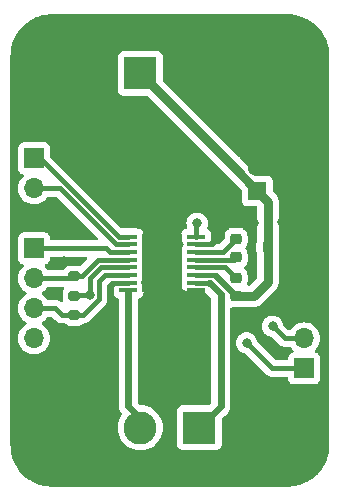
<source format=gbr>
%TF.GenerationSoftware,KiCad,Pcbnew,(7.0.0)*%
%TF.CreationDate,2023-03-21T16:51:35-07:00*%
%TF.ProjectId,DRV8874-breakout-board,44525638-3837-4342-9d62-7265616b6f75,rev?*%
%TF.SameCoordinates,Original*%
%TF.FileFunction,Copper,L1,Top*%
%TF.FilePolarity,Positive*%
%FSLAX46Y46*%
G04 Gerber Fmt 4.6, Leading zero omitted, Abs format (unit mm)*
G04 Created by KiCad (PCBNEW (7.0.0)) date 2023-03-21 16:51:35*
%MOMM*%
%LPD*%
G01*
G04 APERTURE LIST*
G04 Aperture macros list*
%AMRoundRect*
0 Rectangle with rounded corners*
0 $1 Rounding radius*
0 $2 $3 $4 $5 $6 $7 $8 $9 X,Y pos of 4 corners*
0 Add a 4 corners polygon primitive as box body*
4,1,4,$2,$3,$4,$5,$6,$7,$8,$9,$2,$3,0*
0 Add four circle primitives for the rounded corners*
1,1,$1+$1,$2,$3*
1,1,$1+$1,$4,$5*
1,1,$1+$1,$6,$7*
1,1,$1+$1,$8,$9*
0 Add four rect primitives between the rounded corners*
20,1,$1+$1,$2,$3,$4,$5,0*
20,1,$1+$1,$4,$5,$6,$7,0*
20,1,$1+$1,$6,$7,$8,$9,0*
20,1,$1+$1,$8,$9,$2,$3,0*%
G04 Aperture macros list end*
%TA.AperFunction,ComponentPad*%
%ADD10R,1.700000X1.700000*%
%TD*%
%TA.AperFunction,ComponentPad*%
%ADD11O,1.700000X1.700000*%
%TD*%
%TA.AperFunction,SMDPad,CuDef*%
%ADD12RoundRect,0.100000X-0.687500X-0.100000X0.687500X-0.100000X0.687500X0.100000X-0.687500X0.100000X0*%
%TD*%
%TA.AperFunction,ComponentPad*%
%ADD13C,0.500000*%
%TD*%
%TA.AperFunction,SMDPad,CuDef*%
%ADD14R,3.400000X5.000000*%
%TD*%
%TA.AperFunction,SMDPad,CuDef*%
%ADD15RoundRect,0.225000X0.250000X-0.225000X0.250000X0.225000X-0.250000X0.225000X-0.250000X-0.225000X0*%
%TD*%
%TA.AperFunction,ComponentPad*%
%ADD16C,5.600000*%
%TD*%
%TA.AperFunction,ComponentPad*%
%ADD17R,2.800000X2.800000*%
%TD*%
%TA.AperFunction,ComponentPad*%
%ADD18C,2.800000*%
%TD*%
%TA.AperFunction,ComponentPad*%
%ADD19R,1.600000X1.600000*%
%TD*%
%TA.AperFunction,ComponentPad*%
%ADD20C,1.600000*%
%TD*%
%TA.AperFunction,SMDPad,CuDef*%
%ADD21RoundRect,0.200000X0.275000X-0.200000X0.275000X0.200000X-0.275000X0.200000X-0.275000X-0.200000X0*%
%TD*%
%TA.AperFunction,SMDPad,CuDef*%
%ADD22RoundRect,0.225000X0.225000X0.250000X-0.225000X0.250000X-0.225000X-0.250000X0.225000X-0.250000X0*%
%TD*%
%TA.AperFunction,SMDPad,CuDef*%
%ADD23RoundRect,0.200000X-0.275000X0.200000X-0.275000X-0.200000X0.275000X-0.200000X0.275000X0.200000X0*%
%TD*%
%TA.AperFunction,ViaPad*%
%ADD24C,0.800000*%
%TD*%
%TA.AperFunction,Conductor*%
%ADD25C,0.600000*%
%TD*%
%TA.AperFunction,Conductor*%
%ADD26C,0.400000*%
%TD*%
%TA.AperFunction,Conductor*%
%ADD27C,0.800000*%
%TD*%
G04 APERTURE END LIST*
D10*
%TO.P,J105,1,Pin_1*%
%TO.N,+3V3*%
X141959999Y-105679999D03*
D11*
%TO.P,J105,2,Pin_2*%
%TO.N,PMODE*%
X141959999Y-103139999D03*
%TO.P,J105,3,Pin_3*%
%TO.N,GND*%
X141959999Y-100599999D03*
%TD*%
D12*
%TO.P,U101,1,EN/IN1*%
%TO.N,IN1*%
X127087500Y-94525000D03*
%TO.P,U101,2,PH/IN2*%
%TO.N,IN2*%
X127087500Y-95175000D03*
%TO.P,U101,3,nSLEEP*%
%TO.N,nSLEEP*%
X127087500Y-95825000D03*
%TO.P,U101,4,nFAULT*%
%TO.N,nFAULT*%
X127087500Y-96475000D03*
%TO.P,U101,5,VREF*%
%TO.N,+3V3*%
X127087500Y-97125000D03*
%TO.P,U101,6,IPROPI*%
%TO.N,IPROPI*%
X127087500Y-97775000D03*
%TO.P,U101,7,IMODE*%
%TO.N,GND*%
X127087500Y-98425000D03*
%TO.P,U101,8,OUT1*%
%TO.N,Net-(J101-Pin_2)*%
X127087500Y-99075000D03*
%TO.P,U101,9,PGND*%
%TO.N,GND*%
X132812500Y-99075000D03*
%TO.P,U101,10,OUT2*%
%TO.N,Net-(J101-Pin_1)*%
X132812500Y-98425000D03*
%TO.P,U101,11,VM*%
%TO.N,VMOTORS*%
X132812500Y-97775000D03*
%TO.P,U101,12,VCP*%
%TO.N,Net-(U101-VCP)*%
X132812500Y-97125000D03*
%TO.P,U101,13,CPH*%
%TO.N,Net-(U101-CPH)*%
X132812500Y-96475000D03*
%TO.P,U101,14,CPL*%
%TO.N,Net-(U101-CPL)*%
X132812500Y-95825000D03*
%TO.P,U101,15,GND*%
%TO.N,GND*%
X132812500Y-95175000D03*
%TO.P,U101,16,PMODE*%
%TO.N,PMODE*%
X132812500Y-94525000D03*
D13*
%TO.P,U101,17,Pad*%
%TO.N,GND*%
X129200000Y-95300000D03*
X129200000Y-96800000D03*
X129200000Y-98300000D03*
D14*
X129949999Y-96799999D03*
D13*
X130700000Y-95300000D03*
X130700000Y-96800000D03*
X130700000Y-98300000D03*
%TD*%
D10*
%TO.P,J104,1,Pin_1*%
%TO.N,nSLEEP*%
X119099999Y-95519999D03*
D11*
%TO.P,J104,2,Pin_2*%
%TO.N,nFAULT*%
X119099999Y-98059999D03*
%TO.P,J104,3,Pin_3*%
%TO.N,IPROPI*%
X119099999Y-100599999D03*
%TO.P,J104,4,Pin_4*%
%TO.N,+3V3*%
X119099999Y-103139999D03*
%TO.P,J104,5,Pin_5*%
%TO.N,GND*%
X119099999Y-105679999D03*
%TD*%
D15*
%TO.P,C101,1*%
%TO.N,Net-(U101-CPH)*%
X136200000Y-96275000D03*
%TO.P,C101,2*%
%TO.N,Net-(U101-CPL)*%
X136200000Y-94725000D03*
%TD*%
D16*
%TO.P,H104,1,1*%
%TO.N,GND*%
X140600000Y-112200000D03*
%TD*%
D17*
%TO.P,J103,1,Pin_1*%
%TO.N,VMOTORS*%
X128099999Y-80699999D03*
D18*
%TO.P,J103,2,Pin_2*%
%TO.N,GND*%
X133100000Y-80700000D03*
%TD*%
D19*
%TO.P,C104,1*%
%TO.N,VMOTORS*%
X137999999Y-90655112D03*
D20*
%TO.P,C104,2*%
%TO.N,GND*%
X138000000Y-88655113D03*
%TD*%
D15*
%TO.P,C102,1*%
%TO.N,VMOTORS*%
X136200000Y-99575000D03*
%TO.P,C102,2*%
%TO.N,Net-(U101-VCP)*%
X136200000Y-98025000D03*
%TD*%
D16*
%TO.P,H103,1,1*%
%TO.N,GND*%
X120600000Y-112200000D03*
%TD*%
D21*
%TO.P,R101,1*%
%TO.N,+3V3*%
X122500000Y-99525000D03*
%TO.P,R101,2*%
%TO.N,nFAULT*%
X122500000Y-97875000D03*
%TD*%
D22*
%TO.P,C103,1*%
%TO.N,GND*%
X140425000Y-95400000D03*
%TO.P,C103,2*%
%TO.N,VMOTORS*%
X138875000Y-95400000D03*
%TD*%
D10*
%TO.P,J102,1,Pin_1*%
%TO.N,IN1*%
X119099999Y-87899999D03*
D11*
%TO.P,J102,2,Pin_2*%
%TO.N,IN2*%
X119099999Y-90439999D03*
%TD*%
D23*
%TO.P,R102,1*%
%TO.N,IPROPI*%
X122500000Y-101175000D03*
%TO.P,R102,2*%
%TO.N,GND*%
X122500000Y-102825000D03*
%TD*%
D16*
%TO.P,H102,1,1*%
%TO.N,GND*%
X140600000Y-79200000D03*
%TD*%
D17*
%TO.P,J101,1,Pin_1*%
%TO.N,Net-(J101-Pin_1)*%
X133099999Y-110699999D03*
D18*
%TO.P,J101,2,Pin_2*%
%TO.N,Net-(J101-Pin_2)*%
X128100000Y-110700000D03*
%TD*%
D16*
%TO.P,H101,1,1*%
%TO.N,GND*%
X120600000Y-79200000D03*
%TD*%
D24*
%TO.N,PMODE*%
X139300000Y-102120000D03*
%TO.N,GND*%
X121600000Y-96600000D03*
X134500000Y-84120000D03*
X121900000Y-84320000D03*
X132700000Y-100300000D03*
X141960000Y-98060000D03*
X130500000Y-106920000D03*
X134650000Y-94650000D03*
X137700000Y-93400000D03*
X123900000Y-102300000D03*
X134100000Y-90100000D03*
X122100000Y-88900000D03*
X122100000Y-93200000D03*
X122900000Y-107120000D03*
X136300000Y-101320000D03*
X120700000Y-99300000D03*
X120700000Y-101900000D03*
X139100000Y-86300000D03*
X127850000Y-84320000D03*
X139900000Y-104320000D03*
X125500000Y-100720000D03*
X140100000Y-93300000D03*
%TO.N,+3V3*%
X137100000Y-103520000D03*
X123800000Y-99500000D03*
%TO.N,PMODE*%
X132900000Y-93400000D03*
%TD*%
D25*
%TO.N,GND*%
X125500000Y-98720000D02*
X125700000Y-98520000D01*
D26*
X125700000Y-98520000D02*
X125795000Y-98425000D01*
D25*
X125500000Y-100720000D02*
X125500000Y-98720000D01*
D26*
X125795000Y-98425000D02*
X127087500Y-98425000D01*
%TO.N,PMODE*%
X140320000Y-103140000D02*
X141960000Y-103140000D01*
X139300000Y-102120000D02*
X140320000Y-103140000D01*
%TO.N,+3V3*%
X139260000Y-105680000D02*
X141960000Y-105680000D01*
X137100000Y-103520000D02*
X139260000Y-105680000D01*
D25*
%TO.N,Net-(J101-Pin_2)*%
X128100000Y-109900000D02*
X128100000Y-110700000D01*
X127087500Y-108887500D02*
X128100000Y-109900000D01*
X127087500Y-99287500D02*
X127087500Y-108887500D01*
D26*
X127087500Y-99075000D02*
X127087500Y-99287500D01*
D25*
%TO.N,Net-(J101-Pin_1)*%
X133975000Y-98475000D02*
X133925000Y-98475000D01*
X134900000Y-99400000D02*
X133975000Y-98475000D01*
X134900000Y-108900000D02*
X133100000Y-110700000D01*
X134900000Y-99400000D02*
X134900000Y-108900000D01*
D26*
X133925000Y-98425000D02*
X134900000Y-99400000D01*
X132812500Y-98425000D02*
X133925000Y-98425000D01*
%TO.N,Net-(U101-CPH)*%
X132812500Y-96475000D02*
X136000000Y-96475000D01*
X136000000Y-96475000D02*
X136200000Y-96275000D01*
%TO.N,Net-(U101-CPL)*%
X135100000Y-95825000D02*
X132812500Y-95825000D01*
X136200000Y-94725000D02*
X135100000Y-95825000D01*
%TO.N,VMOTORS*%
X132812500Y-97775000D02*
X134425000Y-97775000D01*
D25*
X136200000Y-99550000D02*
X134475000Y-97825000D01*
D27*
X138000000Y-90655113D02*
X138900000Y-91555113D01*
X138000000Y-90655113D02*
X135844887Y-88500000D01*
X138900000Y-91555113D02*
X138900000Y-98400000D01*
X138900000Y-98400000D02*
X137725000Y-99575000D01*
X135844887Y-88500000D02*
X135844887Y-88444887D01*
X137725000Y-99575000D02*
X136200000Y-99575000D01*
X135844887Y-88444887D02*
X128100000Y-80700000D01*
D26*
X136200000Y-99550000D02*
X136200000Y-99575000D01*
%TO.N,Net-(U101-VCP)*%
X135300000Y-97125000D02*
X136200000Y-98025000D01*
X132812500Y-97125000D02*
X135300000Y-97125000D01*
%TO.N,GND*%
X134125000Y-95175000D02*
X132812500Y-95175000D01*
X119105000Y-105675000D02*
X119100000Y-105680000D01*
X134650000Y-94650000D02*
X134125000Y-95175000D01*
%TO.N,Net-(J101-Pin_2)*%
X128100000Y-110325000D02*
X128100000Y-110700000D01*
%TO.N,+3V3*%
X123800000Y-98048528D02*
X123800000Y-99500000D01*
X127087500Y-97125000D02*
X124723528Y-97125000D01*
X119185000Y-103225000D02*
X119100000Y-103140000D01*
X124723528Y-97125000D02*
X123800000Y-98048528D01*
X123800000Y-99500000D02*
X122525000Y-99500000D01*
X122525000Y-99500000D02*
X122500000Y-99525000D01*
%TO.N,PMODE*%
X132812500Y-94525000D02*
X132812500Y-93487500D01*
X132812500Y-93487500D02*
X132900000Y-93400000D01*
%TO.N,nSLEEP*%
X125220000Y-95520000D02*
X125525000Y-95825000D01*
X125525000Y-95825000D02*
X127087500Y-95825000D01*
X119100000Y-95520000D02*
X125220000Y-95520000D01*
%TO.N,nFAULT*%
X119100000Y-98060000D02*
X122315000Y-98060000D01*
X122315000Y-98060000D02*
X122500000Y-97875000D01*
X123125000Y-97875000D02*
X124525000Y-96475000D01*
X122500000Y-97875000D02*
X123125000Y-97875000D01*
X124525000Y-96475000D02*
X127087500Y-96475000D01*
%TO.N,IPROPI*%
X120600000Y-100600000D02*
X119100000Y-100600000D01*
X123256371Y-101175000D02*
X122500000Y-101175000D01*
X127087500Y-97775000D02*
X125125000Y-97775000D01*
X124600000Y-99831371D02*
X123256371Y-101175000D01*
X120400000Y-100600000D02*
X120900000Y-100600000D01*
X124600000Y-98300000D02*
X124600000Y-99831371D01*
X121475000Y-101175000D02*
X120900000Y-100600000D01*
X120900000Y-100600000D02*
X120600000Y-100600000D01*
X125125000Y-97775000D02*
X124600000Y-98300000D01*
X122500000Y-101175000D02*
X121475000Y-101175000D01*
%TO.N,IN2*%
X121291472Y-90440000D02*
X119100000Y-90440000D01*
X126026472Y-95175000D02*
X121291472Y-90440000D01*
X127087500Y-95175000D02*
X126026472Y-95175000D01*
%TO.N,IN1*%
X119100000Y-88100000D02*
X119100000Y-87900000D01*
X127087500Y-94525000D02*
X127037500Y-94575000D01*
X126275000Y-94575000D02*
X119600000Y-87900000D01*
X119600000Y-87900000D02*
X119100000Y-87900000D01*
X127037500Y-94575000D02*
X126275000Y-94575000D01*
%TD*%
%TA.AperFunction,Conductor*%
%TO.N,GND*%
G36*
X121590384Y-98777426D02*
G01*
X121635850Y-98823585D01*
X121651830Y-98886373D01*
X121633961Y-98948650D01*
X121585400Y-99028978D01*
X121585398Y-99028982D01*
X121581522Y-99035394D01*
X121579292Y-99042548D01*
X121579292Y-99042550D01*
X121532864Y-99191542D01*
X121532861Y-99191553D01*
X121530914Y-99197804D01*
X121524500Y-99268384D01*
X121524500Y-99781616D01*
X121524754Y-99784419D01*
X121524755Y-99784425D01*
X121527404Y-99813572D01*
X121530914Y-99852196D01*
X121532863Y-99858451D01*
X121532865Y-99858460D01*
X121555862Y-99932262D01*
X121559166Y-99992976D01*
X121533209Y-100047962D01*
X121484235Y-100083997D01*
X121424017Y-100092418D01*
X121367035Y-100071200D01*
X121318432Y-100037651D01*
X121312404Y-100033216D01*
X121310018Y-100031347D01*
X121282388Y-100009700D01*
X121270961Y-100000747D01*
X121270958Y-100000745D01*
X121265057Y-99996122D01*
X121258219Y-99993044D01*
X121258210Y-99993039D01*
X121255810Y-99991959D01*
X121236268Y-99980937D01*
X121234107Y-99979445D01*
X121234102Y-99979442D01*
X121227930Y-99975182D01*
X121171702Y-99953857D01*
X121164784Y-99950991D01*
X121116772Y-99929383D01*
X121116769Y-99929382D01*
X121109932Y-99926305D01*
X121102560Y-99924954D01*
X121102551Y-99924951D01*
X121099952Y-99924475D01*
X121078340Y-99918450D01*
X121075891Y-99917521D01*
X121075885Y-99917519D01*
X121068872Y-99914860D01*
X121061430Y-99913956D01*
X121061425Y-99913955D01*
X121009171Y-99907610D01*
X121001771Y-99906483D01*
X120949987Y-99896994D01*
X120949982Y-99896993D01*
X120942606Y-99895642D01*
X120935126Y-99896094D01*
X120935118Y-99896094D01*
X120882567Y-99899274D01*
X120875079Y-99899500D01*
X120642372Y-99899500D01*
X120322711Y-99899500D01*
X120265454Y-99885489D01*
X120221136Y-99846623D01*
X120138495Y-99728599D01*
X119971401Y-99561505D01*
X119966968Y-99558401D01*
X119966961Y-99558395D01*
X119785842Y-99431575D01*
X119746976Y-99387257D01*
X119732965Y-99330000D01*
X119746976Y-99272743D01*
X119785842Y-99228425D01*
X119966961Y-99101604D01*
X119966961Y-99101603D01*
X119971401Y-99098495D01*
X120138495Y-98931401D01*
X120221136Y-98813376D01*
X120265454Y-98774511D01*
X120322711Y-98760500D01*
X121527844Y-98760500D01*
X121590384Y-98777426D01*
G37*
%TD.AperFunction*%
%TA.AperFunction,Conductor*%
G36*
X123545776Y-96234015D02*
G01*
X123589799Y-96271615D01*
X123611954Y-96325102D01*
X123607412Y-96382818D01*
X123577162Y-96432181D01*
X123051443Y-96957898D01*
X122993439Y-96990613D01*
X122926875Y-96988603D01*
X122908466Y-96982867D01*
X122908459Y-96982865D01*
X122902196Y-96980914D01*
X122895667Y-96980320D01*
X122895659Y-96980319D01*
X122834425Y-96974755D01*
X122834419Y-96974754D01*
X122831616Y-96974500D01*
X122168384Y-96974500D01*
X122165581Y-96974754D01*
X122165574Y-96974755D01*
X122104338Y-96980320D01*
X122104335Y-96980320D01*
X122097804Y-96980914D01*
X122091553Y-96982861D01*
X122091542Y-96982864D01*
X121942550Y-97029292D01*
X121935394Y-97031522D01*
X121928982Y-97035398D01*
X121928978Y-97035400D01*
X121796232Y-97115648D01*
X121796227Y-97115651D01*
X121789815Y-97119528D01*
X121784515Y-97124827D01*
X121784511Y-97124831D01*
X121674831Y-97234511D01*
X121674827Y-97234515D01*
X121669528Y-97239815D01*
X121665650Y-97246229D01*
X121665646Y-97246235D01*
X121633357Y-97299649D01*
X121588156Y-97343506D01*
X121527240Y-97359500D01*
X120322711Y-97359500D01*
X120265454Y-97345489D01*
X120221136Y-97306623D01*
X120216253Y-97299649D01*
X120138495Y-97188599D01*
X120016569Y-97066673D01*
X119985273Y-97013927D01*
X119983084Y-96952634D01*
X120010537Y-96897789D01*
X120060916Y-96862810D01*
X120192331Y-96813796D01*
X120307546Y-96727546D01*
X120393796Y-96612331D01*
X120444091Y-96477483D01*
X120450500Y-96417873D01*
X120450500Y-96344500D01*
X120467113Y-96282500D01*
X120512500Y-96237113D01*
X120574500Y-96220500D01*
X123489481Y-96220500D01*
X123545776Y-96234015D01*
G37*
%TD.AperFunction*%
%TA.AperFunction,Conductor*%
G36*
X140603032Y-75700649D02*
G01*
X140607384Y-75700862D01*
X140752450Y-75707989D01*
X140943670Y-75718010D01*
X140955324Y-75719177D01*
X141121254Y-75743791D01*
X141122225Y-75743940D01*
X141294897Y-75771289D01*
X141305570Y-75773465D01*
X141471374Y-75814997D01*
X141473014Y-75815422D01*
X141638880Y-75859866D01*
X141648544Y-75862884D01*
X141736363Y-75894307D01*
X141810526Y-75920843D01*
X141813188Y-75921830D01*
X141846726Y-75934704D01*
X141972097Y-75982829D01*
X141980623Y-75986475D01*
X142136869Y-76060374D01*
X142140055Y-76061939D01*
X142282487Y-76134511D01*
X142291094Y-76138897D01*
X142298547Y-76143023D01*
X142331730Y-76162912D01*
X142447075Y-76232047D01*
X142450824Y-76234387D01*
X142592670Y-76326503D01*
X142598977Y-76330884D01*
X142738210Y-76434147D01*
X142742365Y-76437367D01*
X142873635Y-76543667D01*
X142878872Y-76548155D01*
X143007389Y-76664636D01*
X143011797Y-76668833D01*
X143131165Y-76788201D01*
X143135362Y-76792609D01*
X143251843Y-76921126D01*
X143256331Y-76926363D01*
X143362620Y-77057619D01*
X143365851Y-77061788D01*
X143469114Y-77201021D01*
X143473512Y-77207353D01*
X143565599Y-77349155D01*
X143567963Y-77352942D01*
X143656975Y-77501451D01*
X143661101Y-77508904D01*
X143738037Y-77659898D01*
X143739647Y-77663176D01*
X143813510Y-77819345D01*
X143817179Y-77827925D01*
X143878168Y-77986810D01*
X143879155Y-77989472D01*
X143937111Y-78151447D01*
X143940135Y-78161128D01*
X143984535Y-78326827D01*
X143985044Y-78328792D01*
X144026526Y-78494398D01*
X144028715Y-78505130D01*
X144056041Y-78677665D01*
X144056226Y-78678867D01*
X144080818Y-78844649D01*
X144081990Y-78856355D01*
X144091989Y-79047157D01*
X144091886Y-79047162D01*
X144092011Y-79047561D01*
X144099351Y-79196967D01*
X144099500Y-79203052D01*
X144099500Y-112196948D01*
X144099351Y-112203033D01*
X144092014Y-112352369D01*
X144091993Y-112352774D01*
X144081990Y-112543644D01*
X144080818Y-112555349D01*
X144056226Y-112721131D01*
X144056041Y-112722333D01*
X144028715Y-112894868D01*
X144026526Y-112905600D01*
X143985044Y-113071206D01*
X143984535Y-113073171D01*
X143940135Y-113238870D01*
X143937111Y-113248551D01*
X143879155Y-113410526D01*
X143878168Y-113413188D01*
X143817179Y-113572073D01*
X143813510Y-113580653D01*
X143739647Y-113736822D01*
X143738037Y-113740100D01*
X143661101Y-113891094D01*
X143656975Y-113898547D01*
X143567963Y-114047056D01*
X143565599Y-114050843D01*
X143473512Y-114192645D01*
X143469114Y-114198977D01*
X143365851Y-114338210D01*
X143362620Y-114342379D01*
X143256331Y-114473635D01*
X143251843Y-114478872D01*
X143135362Y-114607389D01*
X143131165Y-114611797D01*
X143011797Y-114731165D01*
X143007389Y-114735362D01*
X142878872Y-114851843D01*
X142873635Y-114856331D01*
X142742379Y-114962620D01*
X142738210Y-114965851D01*
X142598977Y-115069114D01*
X142592645Y-115073512D01*
X142450843Y-115165599D01*
X142447056Y-115167963D01*
X142298547Y-115256975D01*
X142291094Y-115261101D01*
X142140100Y-115338037D01*
X142136822Y-115339647D01*
X141980653Y-115413510D01*
X141972073Y-115417179D01*
X141813188Y-115478168D01*
X141810526Y-115479155D01*
X141648551Y-115537111D01*
X141638870Y-115540135D01*
X141473171Y-115584535D01*
X141471206Y-115585044D01*
X141305600Y-115626526D01*
X141294868Y-115628715D01*
X141122333Y-115656041D01*
X141121131Y-115656226D01*
X140955349Y-115680818D01*
X140943644Y-115681990D01*
X140752774Y-115691993D01*
X140752369Y-115692014D01*
X140603033Y-115699351D01*
X140596948Y-115699500D01*
X120603052Y-115699500D01*
X120596967Y-115699351D01*
X120447629Y-115692014D01*
X120447224Y-115691993D01*
X120256354Y-115681990D01*
X120244649Y-115680818D01*
X120078867Y-115656226D01*
X120077665Y-115656041D01*
X119905130Y-115628715D01*
X119894398Y-115626526D01*
X119728792Y-115585044D01*
X119726827Y-115584535D01*
X119561128Y-115540135D01*
X119551447Y-115537111D01*
X119389472Y-115479155D01*
X119386810Y-115478168D01*
X119227925Y-115417179D01*
X119219351Y-115413512D01*
X119063176Y-115339647D01*
X119059898Y-115338037D01*
X118908904Y-115261101D01*
X118901451Y-115256975D01*
X118752942Y-115167963D01*
X118749155Y-115165599D01*
X118701996Y-115134973D01*
X118607343Y-115073505D01*
X118601021Y-115069114D01*
X118461788Y-114965851D01*
X118457619Y-114962620D01*
X118326363Y-114856331D01*
X118321126Y-114851843D01*
X118192609Y-114735362D01*
X118188201Y-114731165D01*
X118068833Y-114611797D01*
X118064636Y-114607389D01*
X117948155Y-114478872D01*
X117943667Y-114473635D01*
X117837378Y-114342379D01*
X117834147Y-114338210D01*
X117730884Y-114198977D01*
X117726503Y-114192670D01*
X117634387Y-114050824D01*
X117632035Y-114047056D01*
X117543023Y-113898547D01*
X117538897Y-113891094D01*
X117534511Y-113882487D01*
X117461939Y-113740055D01*
X117460374Y-113736869D01*
X117386475Y-113580623D01*
X117382829Y-113572097D01*
X117321830Y-113413188D01*
X117320843Y-113410526D01*
X117262887Y-113248551D01*
X117259863Y-113238870D01*
X117215422Y-113073014D01*
X117214997Y-113071374D01*
X117173465Y-112905570D01*
X117171289Y-112894897D01*
X117143940Y-112722225D01*
X117143791Y-112721254D01*
X117119177Y-112555324D01*
X117118010Y-112543670D01*
X117107985Y-112352369D01*
X117100647Y-112202994D01*
X117100499Y-112196988D01*
X117100108Y-103140000D01*
X117744341Y-103140000D01*
X117764937Y-103375408D01*
X117766336Y-103380630D01*
X117766337Y-103380634D01*
X117824694Y-103598430D01*
X117824697Y-103598438D01*
X117826097Y-103603663D01*
X117828385Y-103608570D01*
X117828386Y-103608572D01*
X117923678Y-103812927D01*
X117923681Y-103812933D01*
X117925965Y-103817830D01*
X117929064Y-103822257D01*
X117929066Y-103822259D01*
X118058399Y-104006966D01*
X118058402Y-104006970D01*
X118061505Y-104011401D01*
X118228599Y-104178495D01*
X118422170Y-104314035D01*
X118636337Y-104413903D01*
X118641567Y-104415304D01*
X118641569Y-104415305D01*
X118682947Y-104426392D01*
X118864592Y-104475063D01*
X119100000Y-104495659D01*
X119335408Y-104475063D01*
X119563663Y-104413903D01*
X119777830Y-104314035D01*
X119971401Y-104178495D01*
X120138495Y-104011401D01*
X120274035Y-103817830D01*
X120373903Y-103603663D01*
X120435063Y-103375408D01*
X120455659Y-103140000D01*
X120435063Y-102904592D01*
X120373903Y-102676337D01*
X120274035Y-102462171D01*
X120138495Y-102268599D01*
X119971401Y-102101505D01*
X119966968Y-102098401D01*
X119966961Y-102098395D01*
X119785842Y-101971575D01*
X119746976Y-101927257D01*
X119732965Y-101870000D01*
X119746976Y-101812743D01*
X119785842Y-101768425D01*
X119966961Y-101641604D01*
X119966961Y-101641603D01*
X119971401Y-101638495D01*
X120138495Y-101471401D01*
X120221136Y-101353376D01*
X120265454Y-101314511D01*
X120322711Y-101300500D01*
X120357628Y-101300500D01*
X120557628Y-101300500D01*
X120558481Y-101300500D01*
X120605934Y-101309939D01*
X120646162Y-101336819D01*
X120962059Y-101652716D01*
X120967193Y-101658170D01*
X121002093Y-101697565D01*
X121002097Y-101697568D01*
X121007071Y-101703183D01*
X121013247Y-101707446D01*
X121056574Y-101737353D01*
X121062605Y-101741791D01*
X121075273Y-101751716D01*
X121109944Y-101778878D01*
X121119180Y-101783034D01*
X121138727Y-101794059D01*
X121147070Y-101799818D01*
X121164260Y-101806337D01*
X121203298Y-101821142D01*
X121210220Y-101824009D01*
X121265069Y-101848695D01*
X121275041Y-101850522D01*
X121296656Y-101856547D01*
X121306128Y-101860140D01*
X121363831Y-101867146D01*
X121365815Y-101867387D01*
X121373222Y-101868514D01*
X121432394Y-101879358D01*
X121492433Y-101875725D01*
X121499921Y-101875500D01*
X121683481Y-101875500D01*
X121730934Y-101884939D01*
X121771161Y-101911818D01*
X121789815Y-101930472D01*
X121935394Y-102018478D01*
X122054859Y-102055704D01*
X122091542Y-102067135D01*
X122091544Y-102067135D01*
X122097804Y-102069086D01*
X122168384Y-102075500D01*
X122828797Y-102075500D01*
X122831616Y-102075500D01*
X122902196Y-102069086D01*
X123064606Y-102018478D01*
X123210185Y-101930472D01*
X123226585Y-101914071D01*
X123263374Y-101888678D01*
X123299072Y-101879880D01*
X123298977Y-101879358D01*
X123358153Y-101868513D01*
X123365552Y-101867387D01*
X123425243Y-101860140D01*
X123434703Y-101856551D01*
X123456330Y-101850522D01*
X123466303Y-101848695D01*
X123521179Y-101823996D01*
X123528044Y-101821152D01*
X123584301Y-101799818D01*
X123592635Y-101794064D01*
X123612192Y-101783034D01*
X123621428Y-101778878D01*
X123668784Y-101741775D01*
X123674791Y-101737355D01*
X123724300Y-101703183D01*
X123764193Y-101658151D01*
X123769295Y-101652731D01*
X125077731Y-100344295D01*
X125083151Y-100339193D01*
X125128183Y-100299300D01*
X125162362Y-100249781D01*
X125166779Y-100243778D01*
X125203877Y-100196428D01*
X125208030Y-100187197D01*
X125219058Y-100167643D01*
X125224818Y-100159301D01*
X125246149Y-100103051D01*
X125249014Y-100096137D01*
X125270614Y-100048147D01*
X125270614Y-100048144D01*
X125273694Y-100041303D01*
X125275518Y-100031345D01*
X125281548Y-100009711D01*
X125285140Y-100000243D01*
X125292389Y-99940536D01*
X125293516Y-99933133D01*
X125294767Y-99926305D01*
X125304357Y-99873977D01*
X125300726Y-99813948D01*
X125300500Y-99806461D01*
X125300500Y-98641519D01*
X125309939Y-98594066D01*
X125336819Y-98553838D01*
X125378838Y-98511819D01*
X125419066Y-98484939D01*
X125466519Y-98475500D01*
X125775456Y-98475500D01*
X125837456Y-98492113D01*
X125882843Y-98537500D01*
X125899456Y-98599501D01*
X125882843Y-98661501D01*
X125880413Y-98665708D01*
X125875464Y-98672159D01*
X125872354Y-98679664D01*
X125872352Y-98679670D01*
X125818066Y-98810728D01*
X125818066Y-98810729D01*
X125814956Y-98818238D01*
X125813896Y-98826289D01*
X125813894Y-98826297D01*
X125800029Y-98931618D01*
X125799500Y-98935639D01*
X125799500Y-98939691D01*
X125799500Y-98939692D01*
X125799500Y-99210305D01*
X125799500Y-99210320D01*
X125799501Y-99214360D01*
X125800029Y-99218374D01*
X125800030Y-99218382D01*
X125813895Y-99323702D01*
X125814956Y-99331762D01*
X125818063Y-99339263D01*
X125818065Y-99339270D01*
X125853976Y-99425965D01*
X125875464Y-99477841D01*
X125971718Y-99603282D01*
X126097159Y-99699536D01*
X126207721Y-99745332D01*
X126210453Y-99746464D01*
X126250681Y-99773344D01*
X126277561Y-99813572D01*
X126287000Y-99861025D01*
X126287000Y-108797306D01*
X126287000Y-108977694D01*
X126288549Y-108984483D01*
X126288550Y-108984488D01*
X126295517Y-109015018D01*
X126297845Y-109028718D01*
X126301108Y-109057669D01*
X126302132Y-109066755D01*
X126304429Y-109073321D01*
X126304430Y-109073323D01*
X126314772Y-109102879D01*
X126318619Y-109116235D01*
X126325588Y-109146767D01*
X126325591Y-109146776D01*
X126327140Y-109153561D01*
X126330158Y-109159829D01*
X126330161Y-109159836D01*
X126343750Y-109188054D01*
X126349068Y-109200893D01*
X126361711Y-109237022D01*
X126365412Y-109242912D01*
X126365413Y-109242914D01*
X126382072Y-109269427D01*
X126388796Y-109281593D01*
X126402388Y-109309815D01*
X126405409Y-109316087D01*
X126419715Y-109334026D01*
X126429271Y-109346009D01*
X126437318Y-109357350D01*
X126457684Y-109389762D01*
X126462612Y-109394690D01*
X126524181Y-109456259D01*
X126554612Y-109506183D01*
X126558783Y-109564502D01*
X126535768Y-109618249D01*
X126497113Y-109669887D01*
X126494990Y-109673773D01*
X126494986Y-109673781D01*
X126368951Y-109904597D01*
X126368945Y-109904609D01*
X126366828Y-109908487D01*
X126365284Y-109912624D01*
X126365280Y-109912635D01*
X126273370Y-110159055D01*
X126273367Y-110159063D01*
X126271825Y-110163199D01*
X126270884Y-110167521D01*
X126270884Y-110167524D01*
X126214981Y-110424506D01*
X126214979Y-110424516D01*
X126214039Y-110428840D01*
X126213723Y-110433251D01*
X126213722Y-110433262D01*
X126195321Y-110690541D01*
X126194645Y-110700000D01*
X126194961Y-110704418D01*
X126213722Y-110966737D01*
X126213723Y-110966746D01*
X126214039Y-110971160D01*
X126214979Y-110975485D01*
X126214981Y-110975493D01*
X126266178Y-111210843D01*
X126271825Y-111236801D01*
X126366828Y-111491513D01*
X126368948Y-111495395D01*
X126368951Y-111495402D01*
X126494986Y-111726219D01*
X126494990Y-111726226D01*
X126497113Y-111730113D01*
X126660029Y-111947742D01*
X126852258Y-112139971D01*
X127069887Y-112302887D01*
X127073777Y-112305011D01*
X127073780Y-112305013D01*
X127304597Y-112431048D01*
X127308487Y-112433172D01*
X127563199Y-112528175D01*
X127828840Y-112585961D01*
X128100000Y-112605355D01*
X128371160Y-112585961D01*
X128636801Y-112528175D01*
X128891513Y-112433172D01*
X129130113Y-112302887D01*
X129347742Y-112139971D01*
X129539971Y-111947742D01*
X129702887Y-111730113D01*
X129833172Y-111491513D01*
X129928175Y-111236801D01*
X129985961Y-110971160D01*
X130005355Y-110700000D01*
X129985961Y-110428840D01*
X129928175Y-110163199D01*
X129833172Y-109908487D01*
X129825949Y-109895259D01*
X129705013Y-109673780D01*
X129705011Y-109673777D01*
X129702887Y-109669887D01*
X129539971Y-109452258D01*
X129347742Y-109260029D01*
X129130113Y-109097113D01*
X129126226Y-109094990D01*
X129126219Y-109094986D01*
X128895402Y-108968951D01*
X128895395Y-108968948D01*
X128891513Y-108966828D01*
X128887369Y-108965282D01*
X128887364Y-108965280D01*
X128640944Y-108873370D01*
X128640940Y-108873369D01*
X128636801Y-108871825D01*
X128564992Y-108856204D01*
X128375493Y-108814981D01*
X128375485Y-108814979D01*
X128371160Y-108814039D01*
X128366745Y-108813723D01*
X128366737Y-108813722D01*
X128174911Y-108800002D01*
X128132246Y-108789112D01*
X128096077Y-108763999D01*
X127924319Y-108592241D01*
X127897439Y-108552013D01*
X127888000Y-108504560D01*
X127888000Y-99861025D01*
X127897439Y-99813572D01*
X127924319Y-99773344D01*
X127964547Y-99746464D01*
X127966066Y-99745834D01*
X128077841Y-99699536D01*
X128203282Y-99603282D01*
X128299536Y-99477841D01*
X128360044Y-99331762D01*
X128375500Y-99214361D01*
X128375499Y-98935640D01*
X128360044Y-98818238D01*
X128356933Y-98810728D01*
X128318608Y-98718204D01*
X128299536Y-98672159D01*
X128203282Y-98546718D01*
X128172861Y-98523375D01*
X128137136Y-98479844D01*
X128124348Y-98425000D01*
X128137136Y-98370156D01*
X128172862Y-98326624D01*
X128182310Y-98319374D01*
X128203282Y-98303282D01*
X128299536Y-98177841D01*
X128360044Y-98031762D01*
X128375500Y-97914361D01*
X128375499Y-97635640D01*
X128360044Y-97518238D01*
X128351436Y-97497457D01*
X128341995Y-97450000D01*
X128351436Y-97402543D01*
X128356934Y-97389270D01*
X128356934Y-97389269D01*
X128360044Y-97381762D01*
X128375500Y-97264361D01*
X128375499Y-96985640D01*
X128360044Y-96868238D01*
X128351435Y-96847454D01*
X128341995Y-96799997D01*
X128351437Y-96752540D01*
X128356934Y-96739271D01*
X128356934Y-96739268D01*
X128360044Y-96731762D01*
X128375500Y-96614361D01*
X128375499Y-96335640D01*
X128360044Y-96218238D01*
X128351436Y-96197457D01*
X128341995Y-96150000D01*
X128351436Y-96102543D01*
X128356934Y-96089270D01*
X128356934Y-96089269D01*
X128360044Y-96081762D01*
X128375500Y-95964361D01*
X128375499Y-95685640D01*
X128360044Y-95568238D01*
X128351435Y-95547454D01*
X128341995Y-95499997D01*
X128351437Y-95452540D01*
X128356934Y-95439271D01*
X128356934Y-95439268D01*
X128360044Y-95431762D01*
X128375500Y-95314361D01*
X128375499Y-95035640D01*
X128360044Y-94918238D01*
X128351435Y-94897454D01*
X128341995Y-94849997D01*
X128351437Y-94802540D01*
X128356934Y-94789271D01*
X128356934Y-94789268D01*
X128360044Y-94781762D01*
X128375500Y-94664361D01*
X128375499Y-94385640D01*
X128360044Y-94268238D01*
X128356933Y-94260728D01*
X128319292Y-94169854D01*
X128299536Y-94122159D01*
X128203282Y-93996718D01*
X128077841Y-93900464D01*
X128070333Y-93897354D01*
X127939271Y-93843066D01*
X127939268Y-93843065D01*
X127931762Y-93839956D01*
X127923708Y-93838895D01*
X127923702Y-93838894D01*
X127818381Y-93825029D01*
X127818377Y-93825028D01*
X127814361Y-93824500D01*
X127810308Y-93824500D01*
X127112427Y-93824500D01*
X127104940Y-93824274D01*
X127052378Y-93821094D01*
X127052372Y-93821094D01*
X127044894Y-93820642D01*
X127037521Y-93821992D01*
X127037518Y-93821993D01*
X127034916Y-93822470D01*
X127012569Y-93824500D01*
X126566518Y-93824500D01*
X126519065Y-93815061D01*
X126478837Y-93788181D01*
X120486818Y-87796161D01*
X120459938Y-87755933D01*
X120450499Y-87708480D01*
X120450499Y-87005439D01*
X120450499Y-87002128D01*
X120444091Y-86942517D01*
X120393796Y-86807669D01*
X120307546Y-86692454D01*
X120192331Y-86606204D01*
X120057483Y-86555909D01*
X120049770Y-86555079D01*
X120049767Y-86555079D01*
X120001180Y-86549855D01*
X120001169Y-86549854D01*
X119997873Y-86549500D01*
X119994550Y-86549500D01*
X118205439Y-86549500D01*
X118205420Y-86549500D01*
X118202128Y-86549501D01*
X118198850Y-86549853D01*
X118198838Y-86549854D01*
X118150231Y-86555079D01*
X118150225Y-86555080D01*
X118142517Y-86555909D01*
X118135252Y-86558618D01*
X118135246Y-86558620D01*
X118015980Y-86603104D01*
X118015978Y-86603104D01*
X118007669Y-86606204D01*
X118000572Y-86611516D01*
X118000568Y-86611519D01*
X117899550Y-86687141D01*
X117899546Y-86687144D01*
X117892454Y-86692454D01*
X117887144Y-86699546D01*
X117887141Y-86699550D01*
X117811519Y-86800568D01*
X117811516Y-86800572D01*
X117806204Y-86807669D01*
X117803104Y-86815978D01*
X117803104Y-86815980D01*
X117758620Y-86935247D01*
X117758619Y-86935250D01*
X117755909Y-86942517D01*
X117755079Y-86950227D01*
X117755079Y-86950232D01*
X117749855Y-86998819D01*
X117749854Y-86998831D01*
X117749500Y-87002127D01*
X117749500Y-87005448D01*
X117749500Y-87005449D01*
X117749500Y-88794560D01*
X117749500Y-88794578D01*
X117749501Y-88797872D01*
X117749853Y-88801150D01*
X117749854Y-88801161D01*
X117755079Y-88849768D01*
X117755080Y-88849773D01*
X117755909Y-88857483D01*
X117758619Y-88864749D01*
X117758620Y-88864753D01*
X117787069Y-88941028D01*
X117806204Y-88992331D01*
X117892454Y-89107546D01*
X118007669Y-89193796D01*
X118117405Y-89234725D01*
X118139082Y-89242810D01*
X118189462Y-89277789D01*
X118216915Y-89332633D01*
X118214726Y-89393926D01*
X118183430Y-89446673D01*
X118061505Y-89568599D01*
X118058402Y-89573029D01*
X118058399Y-89573034D01*
X117929073Y-89757731D01*
X117929068Y-89757738D01*
X117925965Y-89762171D01*
X117923677Y-89767077D01*
X117923675Y-89767081D01*
X117828386Y-89971427D01*
X117828383Y-89971432D01*
X117826097Y-89976337D01*
X117824698Y-89981557D01*
X117824694Y-89981569D01*
X117766337Y-90199365D01*
X117766335Y-90199371D01*
X117764937Y-90204592D01*
X117744341Y-90440000D01*
X117764937Y-90675408D01*
X117766336Y-90680630D01*
X117766337Y-90680634D01*
X117824694Y-90898430D01*
X117824697Y-90898438D01*
X117826097Y-90903663D01*
X117828385Y-90908570D01*
X117828386Y-90908572D01*
X117923678Y-91112927D01*
X117923681Y-91112933D01*
X117925965Y-91117830D01*
X117929064Y-91122257D01*
X117929066Y-91122259D01*
X118058399Y-91306966D01*
X118058402Y-91306970D01*
X118061505Y-91311401D01*
X118228599Y-91478495D01*
X118233031Y-91481598D01*
X118233033Y-91481600D01*
X118359090Y-91569866D01*
X118422170Y-91614035D01*
X118636337Y-91713903D01*
X118864592Y-91775063D01*
X119100000Y-91795659D01*
X119335408Y-91775063D01*
X119563663Y-91713903D01*
X119777830Y-91614035D01*
X119971401Y-91478495D01*
X120138495Y-91311401D01*
X120221136Y-91193376D01*
X120265454Y-91154511D01*
X120322711Y-91140500D01*
X120949953Y-91140500D01*
X120997406Y-91149939D01*
X121037634Y-91176819D01*
X124468634Y-94607819D01*
X124498884Y-94657182D01*
X124503426Y-94714898D01*
X124481271Y-94768385D01*
X124437248Y-94805985D01*
X124380953Y-94819500D01*
X120574499Y-94819500D01*
X120512499Y-94802887D01*
X120467112Y-94757500D01*
X120450499Y-94695500D01*
X120450499Y-94625439D01*
X120450499Y-94622128D01*
X120444091Y-94562517D01*
X120393796Y-94427669D01*
X120307546Y-94312454D01*
X120238450Y-94260729D01*
X120199431Y-94231519D01*
X120199430Y-94231518D01*
X120192331Y-94226204D01*
X120117136Y-94198158D01*
X120064752Y-94178620D01*
X120064750Y-94178619D01*
X120057483Y-94175909D01*
X120049770Y-94175079D01*
X120049767Y-94175079D01*
X120001180Y-94169855D01*
X120001169Y-94169854D01*
X119997873Y-94169500D01*
X119994550Y-94169500D01*
X118205439Y-94169500D01*
X118205420Y-94169500D01*
X118202128Y-94169501D01*
X118198850Y-94169853D01*
X118198838Y-94169854D01*
X118150231Y-94175079D01*
X118150225Y-94175080D01*
X118142517Y-94175909D01*
X118135252Y-94178618D01*
X118135246Y-94178620D01*
X118015980Y-94223104D01*
X118015978Y-94223104D01*
X118007669Y-94226204D01*
X118000572Y-94231516D01*
X118000568Y-94231519D01*
X117899550Y-94307141D01*
X117899546Y-94307144D01*
X117892454Y-94312454D01*
X117887144Y-94319546D01*
X117887141Y-94319550D01*
X117811519Y-94420568D01*
X117811516Y-94420572D01*
X117806204Y-94427669D01*
X117803104Y-94435978D01*
X117803104Y-94435980D01*
X117758620Y-94555247D01*
X117758619Y-94555250D01*
X117755909Y-94562517D01*
X117755079Y-94570227D01*
X117755079Y-94570232D01*
X117749855Y-94618819D01*
X117749854Y-94618831D01*
X117749500Y-94622127D01*
X117749500Y-94625448D01*
X117749500Y-94625449D01*
X117749500Y-96414560D01*
X117749500Y-96414578D01*
X117749501Y-96417872D01*
X117749853Y-96421150D01*
X117749854Y-96421161D01*
X117755079Y-96469768D01*
X117755080Y-96469773D01*
X117755909Y-96477483D01*
X117758619Y-96484749D01*
X117758620Y-96484753D01*
X117792217Y-96574831D01*
X117806204Y-96612331D01*
X117892454Y-96727546D01*
X118007669Y-96813796D01*
X118097903Y-96847451D01*
X118139082Y-96862810D01*
X118189462Y-96897789D01*
X118216915Y-96952633D01*
X118214726Y-97013926D01*
X118183430Y-97066673D01*
X118061505Y-97188599D01*
X118058402Y-97193029D01*
X118058399Y-97193034D01*
X117929073Y-97377731D01*
X117929068Y-97377738D01*
X117925965Y-97382171D01*
X117923677Y-97387077D01*
X117923675Y-97387081D01*
X117828386Y-97591427D01*
X117828383Y-97591432D01*
X117826097Y-97596337D01*
X117824698Y-97601557D01*
X117824694Y-97601569D01*
X117766337Y-97819365D01*
X117766335Y-97819371D01*
X117764937Y-97824592D01*
X117764465Y-97829977D01*
X117764465Y-97829982D01*
X117757083Y-97914360D01*
X117744341Y-98060000D01*
X117744813Y-98065395D01*
X117763730Y-98281618D01*
X117764937Y-98295408D01*
X117766336Y-98300630D01*
X117766337Y-98300634D01*
X117824694Y-98518430D01*
X117824697Y-98518438D01*
X117826097Y-98523663D01*
X117828385Y-98528570D01*
X117828386Y-98528572D01*
X117923678Y-98732927D01*
X117923681Y-98732933D01*
X117925965Y-98737830D01*
X117929064Y-98742257D01*
X117929066Y-98742259D01*
X118058399Y-98926966D01*
X118058402Y-98926970D01*
X118061505Y-98931401D01*
X118228599Y-99098495D01*
X118233032Y-99101599D01*
X118233038Y-99101604D01*
X118414158Y-99228425D01*
X118453024Y-99272743D01*
X118467035Y-99330000D01*
X118453024Y-99387257D01*
X118414159Y-99431575D01*
X118233041Y-99558395D01*
X118228599Y-99561505D01*
X118224775Y-99565328D01*
X118224769Y-99565334D01*
X118065334Y-99724769D01*
X118065328Y-99724775D01*
X118061505Y-99728599D01*
X118058402Y-99733029D01*
X118058399Y-99733034D01*
X117929073Y-99917731D01*
X117929068Y-99917738D01*
X117925965Y-99922171D01*
X117923677Y-99927077D01*
X117923675Y-99927081D01*
X117828386Y-100131427D01*
X117828383Y-100131432D01*
X117826097Y-100136337D01*
X117824698Y-100141557D01*
X117824694Y-100141569D01*
X117766337Y-100359365D01*
X117766335Y-100359371D01*
X117764937Y-100364592D01*
X117764465Y-100369977D01*
X117764465Y-100369982D01*
X117751747Y-100515349D01*
X117744341Y-100600000D01*
X117764937Y-100835408D01*
X117766336Y-100840630D01*
X117766337Y-100840634D01*
X117824694Y-101058430D01*
X117824697Y-101058438D01*
X117826097Y-101063663D01*
X117828385Y-101068570D01*
X117828386Y-101068572D01*
X117923678Y-101272927D01*
X117923681Y-101272933D01*
X117925965Y-101277830D01*
X117929064Y-101282257D01*
X117929066Y-101282259D01*
X118058399Y-101466966D01*
X118058402Y-101466970D01*
X118061505Y-101471401D01*
X118228599Y-101638495D01*
X118233032Y-101641599D01*
X118233038Y-101641604D01*
X118414158Y-101768425D01*
X118453024Y-101812743D01*
X118467035Y-101870000D01*
X118453024Y-101927257D01*
X118414159Y-101971575D01*
X118233041Y-102098395D01*
X118228599Y-102101505D01*
X118224775Y-102105328D01*
X118224769Y-102105334D01*
X118065334Y-102264769D01*
X118065328Y-102264775D01*
X118061505Y-102268599D01*
X118058402Y-102273029D01*
X118058399Y-102273034D01*
X117929073Y-102457731D01*
X117929068Y-102457738D01*
X117925965Y-102462171D01*
X117923677Y-102467077D01*
X117923675Y-102467081D01*
X117828386Y-102671427D01*
X117828383Y-102671432D01*
X117826097Y-102676337D01*
X117824698Y-102681557D01*
X117824694Y-102681569D01*
X117766337Y-102899365D01*
X117766335Y-102899371D01*
X117764937Y-102904592D01*
X117764465Y-102909977D01*
X117764465Y-102909982D01*
X117752418Y-103047684D01*
X117744341Y-103140000D01*
X117100108Y-103140000D01*
X117100000Y-100642263D01*
X117100000Y-82144578D01*
X126199500Y-82144578D01*
X126199501Y-82147872D01*
X126199853Y-82151150D01*
X126199854Y-82151161D01*
X126205079Y-82199768D01*
X126205080Y-82199773D01*
X126205909Y-82207483D01*
X126208619Y-82214749D01*
X126208620Y-82214753D01*
X126242217Y-82304831D01*
X126256204Y-82342331D01*
X126342454Y-82457546D01*
X126457669Y-82543796D01*
X126592517Y-82594091D01*
X126652127Y-82600500D01*
X128675638Y-82600499D01*
X128723091Y-82609938D01*
X128763319Y-82636818D01*
X135036143Y-88909642D01*
X135058947Y-88941028D01*
X135085504Y-88993149D01*
X135089590Y-88998195D01*
X135089593Y-88998199D01*
X135094322Y-89004038D01*
X135105344Y-89020075D01*
X135109103Y-89026586D01*
X135109105Y-89026589D01*
X135112354Y-89032216D01*
X135116701Y-89037044D01*
X135116704Y-89037048D01*
X135157740Y-89082624D01*
X135161954Y-89087557D01*
X135174768Y-89103380D01*
X135177067Y-89105679D01*
X135189161Y-89117773D01*
X135193630Y-89122482D01*
X135239016Y-89172888D01*
X135244273Y-89176707D01*
X135250355Y-89181126D01*
X135265152Y-89193764D01*
X136663181Y-90591793D01*
X136690061Y-90632021D01*
X136699500Y-90679474D01*
X136699500Y-91499673D01*
X136699500Y-91499691D01*
X136699501Y-91502985D01*
X136699853Y-91506263D01*
X136699854Y-91506274D01*
X136705079Y-91554881D01*
X136705080Y-91554886D01*
X136705909Y-91562596D01*
X136708619Y-91569862D01*
X136708620Y-91569866D01*
X136742217Y-91659944D01*
X136756204Y-91697444D01*
X136761518Y-91704543D01*
X136761519Y-91704544D01*
X136814309Y-91775063D01*
X136842454Y-91812659D01*
X136957669Y-91898909D01*
X137092517Y-91949204D01*
X137152127Y-91955613D01*
X137875500Y-91955613D01*
X137937500Y-91972226D01*
X137982887Y-92017613D01*
X137999500Y-92079613D01*
X137999500Y-94791128D01*
X137988590Y-94840340D01*
X137987997Y-94841303D01*
X137985725Y-94848157D01*
X137985724Y-94848161D01*
X137949500Y-94957480D01*
X137934651Y-95002292D01*
X137933963Y-95009022D01*
X137933962Y-95009029D01*
X137924819Y-95098523D01*
X137924818Y-95098541D01*
X137924500Y-95101655D01*
X137924500Y-95104802D01*
X137924500Y-95104803D01*
X137924500Y-95695194D01*
X137924500Y-95695213D01*
X137924501Y-95698344D01*
X137924820Y-95701476D01*
X137924821Y-95701477D01*
X137933962Y-95790972D01*
X137933963Y-95790980D01*
X137934651Y-95797708D01*
X137936779Y-95804131D01*
X137936780Y-95804134D01*
X137969306Y-95902292D01*
X137987997Y-95958697D01*
X137988590Y-95959659D01*
X137999500Y-96008872D01*
X137999500Y-97975639D01*
X137990061Y-98023092D01*
X137963181Y-98063320D01*
X137388320Y-98638181D01*
X137348092Y-98665061D01*
X137300639Y-98674500D01*
X137245350Y-98674500D01*
X137188895Y-98660903D01*
X137144820Y-98623093D01*
X137122793Y-98569363D01*
X137127644Y-98511497D01*
X137163218Y-98404139D01*
X137163218Y-98404138D01*
X137165349Y-98397708D01*
X137175500Y-98298345D01*
X137175499Y-97751656D01*
X137165349Y-97652292D01*
X137112003Y-97491303D01*
X137022968Y-97346956D01*
X136913693Y-97237681D01*
X136881599Y-97182094D01*
X136881599Y-97117906D01*
X136913693Y-97062319D01*
X136965109Y-97010903D01*
X137022968Y-96953044D01*
X137112003Y-96808697D01*
X137165349Y-96647708D01*
X137175500Y-96548345D01*
X137175499Y-96001656D01*
X137165349Y-95902292D01*
X137112003Y-95741303D01*
X137022968Y-95596956D01*
X137013693Y-95587681D01*
X136981599Y-95532094D01*
X136981599Y-95467906D01*
X137013693Y-95412319D01*
X137013692Y-95412319D01*
X137022968Y-95403044D01*
X137112003Y-95258697D01*
X137165349Y-95097708D01*
X137175500Y-94998345D01*
X137175499Y-94451656D01*
X137165349Y-94352292D01*
X137112003Y-94191303D01*
X137022968Y-94046956D01*
X136903044Y-93927032D01*
X136896894Y-93923238D01*
X136896892Y-93923237D01*
X136764845Y-93841789D01*
X136764843Y-93841788D01*
X136758697Y-93837997D01*
X136751842Y-93835725D01*
X136751841Y-93835725D01*
X136604136Y-93786781D01*
X136604135Y-93786780D01*
X136597708Y-93784651D01*
X136590975Y-93783963D01*
X136590970Y-93783962D01*
X136501476Y-93774819D01*
X136501459Y-93774818D01*
X136498345Y-93774500D01*
X136495196Y-93774500D01*
X135904805Y-93774500D01*
X135904785Y-93774500D01*
X135901656Y-93774501D01*
X135898524Y-93774820D01*
X135898522Y-93774821D01*
X135809027Y-93783962D01*
X135809017Y-93783963D01*
X135802292Y-93784651D01*
X135795870Y-93786778D01*
X135795865Y-93786780D01*
X135648158Y-93835725D01*
X135648154Y-93835726D01*
X135641303Y-93837997D01*
X135635159Y-93841786D01*
X135635154Y-93841789D01*
X135503107Y-93923237D01*
X135503101Y-93923241D01*
X135496956Y-93927032D01*
X135491849Y-93932138D01*
X135491845Y-93932142D01*
X135382142Y-94041845D01*
X135382138Y-94041849D01*
X135377032Y-94046956D01*
X135373241Y-94053101D01*
X135373237Y-94053107D01*
X135291789Y-94185154D01*
X135291786Y-94185159D01*
X135287997Y-94191303D01*
X135285726Y-94198154D01*
X135285725Y-94198158D01*
X135236781Y-94345863D01*
X135234651Y-94352292D01*
X135233963Y-94359022D01*
X135233962Y-94359029D01*
X135224819Y-94448523D01*
X135224818Y-94448541D01*
X135224500Y-94451655D01*
X135224500Y-94454804D01*
X135224500Y-94658480D01*
X135215061Y-94705933D01*
X135188181Y-94746161D01*
X134846162Y-95088181D01*
X134805934Y-95115061D01*
X134758481Y-95124500D01*
X134124544Y-95124500D01*
X134062544Y-95107887D01*
X134017157Y-95062500D01*
X134000544Y-95000499D01*
X134017157Y-94938499D01*
X134019585Y-94934292D01*
X134024536Y-94927841D01*
X134085044Y-94781762D01*
X134100500Y-94664361D01*
X134100499Y-94385640D01*
X134085044Y-94268238D01*
X134081933Y-94260728D01*
X134044292Y-94169854D01*
X134024536Y-94122159D01*
X133928282Y-93996718D01*
X133802841Y-93900464D01*
X133795334Y-93897354D01*
X133789590Y-93894038D01*
X133748791Y-93855991D01*
X133728799Y-93803909D01*
X133733661Y-93748334D01*
X133783666Y-93594435D01*
X133785674Y-93588256D01*
X133805460Y-93400000D01*
X133785674Y-93211744D01*
X133727179Y-93031716D01*
X133632533Y-92867784D01*
X133505871Y-92727112D01*
X133500613Y-92723292D01*
X133500611Y-92723290D01*
X133357988Y-92619669D01*
X133357987Y-92619668D01*
X133352730Y-92615849D01*
X133346792Y-92613205D01*
X133185745Y-92541501D01*
X133185740Y-92541499D01*
X133179803Y-92538856D01*
X133173444Y-92537504D01*
X133173440Y-92537503D01*
X133001008Y-92500852D01*
X133001005Y-92500851D01*
X132994646Y-92499500D01*
X132805354Y-92499500D01*
X132798995Y-92500851D01*
X132798991Y-92500852D01*
X132626559Y-92537503D01*
X132626552Y-92537505D01*
X132620197Y-92538856D01*
X132614262Y-92541498D01*
X132614254Y-92541501D01*
X132453207Y-92613205D01*
X132453202Y-92613207D01*
X132447270Y-92615849D01*
X132442016Y-92619665D01*
X132442011Y-92619669D01*
X132299388Y-92723290D01*
X132299381Y-92723295D01*
X132294129Y-92727112D01*
X132289784Y-92731937D01*
X132289779Y-92731942D01*
X132171813Y-92862956D01*
X132171808Y-92862962D01*
X132167467Y-92867784D01*
X132164222Y-92873404D01*
X132164218Y-92873410D01*
X132076069Y-93026089D01*
X132076066Y-93026094D01*
X132072821Y-93031716D01*
X132070815Y-93037888D01*
X132070813Y-93037894D01*
X132016333Y-93205564D01*
X132016331Y-93205573D01*
X132014326Y-93211744D01*
X132013648Y-93218194D01*
X132013646Y-93218204D01*
X131995962Y-93386464D01*
X131994540Y-93400000D01*
X131995219Y-93406460D01*
X132013646Y-93581795D01*
X132013647Y-93581803D01*
X132014326Y-93588256D01*
X132016332Y-93594432D01*
X132016334Y-93594438D01*
X132045816Y-93685175D01*
X132048707Y-93751383D01*
X132017087Y-93809625D01*
X131967720Y-93838707D01*
X131968238Y-93839956D01*
X131829666Y-93897354D01*
X131829662Y-93897355D01*
X131822159Y-93900464D01*
X131815714Y-93905408D01*
X131815711Y-93905411D01*
X131703164Y-93991771D01*
X131703160Y-93991774D01*
X131696718Y-93996718D01*
X131691774Y-94003160D01*
X131691771Y-94003164D01*
X131605411Y-94115711D01*
X131605408Y-94115714D01*
X131600464Y-94122159D01*
X131597355Y-94129662D01*
X131597354Y-94129666D01*
X131543066Y-94260728D01*
X131543066Y-94260729D01*
X131539956Y-94268238D01*
X131538896Y-94276289D01*
X131538894Y-94276297D01*
X131525029Y-94381618D01*
X131524500Y-94385639D01*
X131524500Y-94389691D01*
X131524500Y-94389692D01*
X131524500Y-94660305D01*
X131524500Y-94660320D01*
X131524501Y-94664360D01*
X131525029Y-94668374D01*
X131525030Y-94668382D01*
X131530488Y-94709842D01*
X131539956Y-94781762D01*
X131543063Y-94789263D01*
X131543065Y-94789270D01*
X131568221Y-94850000D01*
X131600464Y-94927841D01*
X131696718Y-95053282D01*
X131719005Y-95070383D01*
X131727139Y-95076625D01*
X131762864Y-95120157D01*
X131775651Y-95175000D01*
X131762864Y-95229843D01*
X131727139Y-95273375D01*
X131703163Y-95291772D01*
X131703160Y-95291774D01*
X131696718Y-95296718D01*
X131691774Y-95303160D01*
X131691771Y-95303164D01*
X131605411Y-95415711D01*
X131605408Y-95415714D01*
X131600464Y-95422159D01*
X131597355Y-95429662D01*
X131597354Y-95429666D01*
X131543066Y-95560728D01*
X131543064Y-95560733D01*
X131539956Y-95568238D01*
X131538896Y-95576289D01*
X131538894Y-95576297D01*
X131525029Y-95681618D01*
X131524500Y-95685639D01*
X131524500Y-95689691D01*
X131524500Y-95689692D01*
X131524500Y-95960305D01*
X131524500Y-95960320D01*
X131524501Y-95964360D01*
X131525029Y-95968374D01*
X131525030Y-95968382D01*
X131538895Y-96073703D01*
X131539956Y-96081762D01*
X131543064Y-96089265D01*
X131543065Y-96089269D01*
X131548566Y-96102549D01*
X131558004Y-96150000D01*
X131548566Y-96197451D01*
X131543066Y-96210728D01*
X131543064Y-96210733D01*
X131539956Y-96218238D01*
X131538896Y-96226289D01*
X131538894Y-96226297D01*
X131525029Y-96331618D01*
X131524500Y-96335639D01*
X131524500Y-96339691D01*
X131524500Y-96339692D01*
X131524500Y-96610305D01*
X131524500Y-96610320D01*
X131524501Y-96614360D01*
X131525029Y-96618374D01*
X131525030Y-96618382D01*
X131528004Y-96640970D01*
X131539956Y-96731762D01*
X131543064Y-96739265D01*
X131543065Y-96739269D01*
X131548566Y-96752549D01*
X131558004Y-96800000D01*
X131548566Y-96847451D01*
X131543066Y-96860728D01*
X131543064Y-96860733D01*
X131539956Y-96868238D01*
X131538896Y-96876289D01*
X131538894Y-96876297D01*
X131525029Y-96981618D01*
X131524500Y-96985639D01*
X131524500Y-96989691D01*
X131524500Y-96989692D01*
X131524500Y-97260305D01*
X131524500Y-97260320D01*
X131524501Y-97264360D01*
X131525029Y-97268374D01*
X131525030Y-97268382D01*
X131534701Y-97341845D01*
X131539956Y-97381762D01*
X131543063Y-97389263D01*
X131543065Y-97389270D01*
X131548565Y-97402546D01*
X131558004Y-97449997D01*
X131548567Y-97497448D01*
X131543066Y-97510728D01*
X131543064Y-97510733D01*
X131539956Y-97518238D01*
X131538896Y-97526289D01*
X131538894Y-97526297D01*
X131525029Y-97631618D01*
X131524500Y-97635639D01*
X131524500Y-97639690D01*
X131524500Y-97639691D01*
X131524500Y-97910305D01*
X131524500Y-97910320D01*
X131524501Y-97914360D01*
X131539956Y-98031762D01*
X131543064Y-98039265D01*
X131543065Y-98039269D01*
X131548566Y-98052549D01*
X131558004Y-98100000D01*
X131548566Y-98147451D01*
X131543066Y-98160728D01*
X131543064Y-98160733D01*
X131539956Y-98168238D01*
X131538896Y-98176289D01*
X131538894Y-98176297D01*
X131525029Y-98281618D01*
X131524500Y-98285639D01*
X131524500Y-98289691D01*
X131524500Y-98289692D01*
X131524500Y-98560305D01*
X131524500Y-98560320D01*
X131524501Y-98564360D01*
X131525029Y-98568374D01*
X131525030Y-98568382D01*
X131537210Y-98660903D01*
X131539956Y-98681762D01*
X131543063Y-98689263D01*
X131543065Y-98689270D01*
X131593376Y-98810729D01*
X131600464Y-98827841D01*
X131605411Y-98834288D01*
X131680553Y-98932216D01*
X131696718Y-98953282D01*
X131822159Y-99049536D01*
X131968238Y-99110044D01*
X132085639Y-99125500D01*
X132770125Y-99125499D01*
X132770128Y-99125500D01*
X133419932Y-99125500D01*
X133485904Y-99144506D01*
X133545442Y-99181916D01*
X133567151Y-99199229D01*
X134063181Y-99695259D01*
X134090061Y-99735487D01*
X134099500Y-99782940D01*
X134099500Y-108517060D01*
X134090061Y-108564513D01*
X134063183Y-108604738D01*
X133904737Y-108763183D01*
X133864512Y-108790061D01*
X133817059Y-108799500D01*
X131655439Y-108799500D01*
X131655420Y-108799500D01*
X131652128Y-108799501D01*
X131648850Y-108799853D01*
X131648838Y-108799854D01*
X131600231Y-108805079D01*
X131600225Y-108805080D01*
X131592517Y-108805909D01*
X131585252Y-108808618D01*
X131585246Y-108808620D01*
X131465980Y-108853104D01*
X131465978Y-108853104D01*
X131457669Y-108856204D01*
X131450572Y-108861516D01*
X131450568Y-108861519D01*
X131349550Y-108937141D01*
X131349546Y-108937144D01*
X131342454Y-108942454D01*
X131337144Y-108949546D01*
X131337141Y-108949550D01*
X131261519Y-109050568D01*
X131261516Y-109050572D01*
X131256204Y-109057669D01*
X131253104Y-109065978D01*
X131253104Y-109065980D01*
X131208620Y-109185247D01*
X131208619Y-109185250D01*
X131205909Y-109192517D01*
X131205079Y-109200227D01*
X131205079Y-109200232D01*
X131199855Y-109248819D01*
X131199854Y-109248831D01*
X131199500Y-109252127D01*
X131199500Y-109255448D01*
X131199500Y-109255449D01*
X131199500Y-112144560D01*
X131199500Y-112144578D01*
X131199501Y-112147872D01*
X131199853Y-112151150D01*
X131199854Y-112151161D01*
X131205079Y-112199768D01*
X131205080Y-112199773D01*
X131205909Y-112207483D01*
X131208619Y-112214749D01*
X131208620Y-112214753D01*
X131240501Y-112300229D01*
X131256204Y-112342331D01*
X131261518Y-112349430D01*
X131261519Y-112349431D01*
X131324207Y-112433172D01*
X131342454Y-112457546D01*
X131457669Y-112543796D01*
X131592517Y-112594091D01*
X131652127Y-112600500D01*
X134547872Y-112600499D01*
X134607483Y-112594091D01*
X134742331Y-112543796D01*
X134857546Y-112457546D01*
X134943796Y-112342331D01*
X134994091Y-112207483D01*
X135000500Y-112147873D01*
X135000499Y-109982939D01*
X135009938Y-109935487D01*
X135036818Y-109895259D01*
X135258297Y-109673781D01*
X135497826Y-109434252D01*
X135497826Y-109434251D01*
X135529816Y-109402262D01*
X135550180Y-109369850D01*
X135558220Y-109358519D01*
X135582091Y-109328587D01*
X135598700Y-109294095D01*
X135605417Y-109281942D01*
X135625789Y-109249522D01*
X135638436Y-109213377D01*
X135643753Y-109200543D01*
X135657335Y-109172340D01*
X135657334Y-109172340D01*
X135660359Y-109166061D01*
X135668876Y-109128746D01*
X135672722Y-109115393D01*
X135685368Y-109079255D01*
X135689655Y-109041201D01*
X135691982Y-109027512D01*
X135698951Y-108996983D01*
X135698951Y-108996979D01*
X135700500Y-108990195D01*
X135700500Y-108809806D01*
X135700500Y-103520000D01*
X136194540Y-103520000D01*
X136195219Y-103526460D01*
X136213646Y-103701795D01*
X136213647Y-103701803D01*
X136214326Y-103708256D01*
X136216331Y-103714428D01*
X136216333Y-103714435D01*
X136258401Y-103843905D01*
X136272821Y-103888284D01*
X136367467Y-104052216D01*
X136494129Y-104192888D01*
X136647270Y-104304151D01*
X136820197Y-104381144D01*
X136975127Y-104414075D01*
X137008514Y-104426392D01*
X137037027Y-104447684D01*
X138747059Y-106157716D01*
X138752193Y-106163170D01*
X138792071Y-106208183D01*
X138798240Y-106212441D01*
X138798241Y-106212442D01*
X138841569Y-106242349D01*
X138847602Y-106246788D01*
X138894943Y-106283877D01*
X138901785Y-106286956D01*
X138904175Y-106288032D01*
X138923724Y-106299058D01*
X138925888Y-106300552D01*
X138925896Y-106300556D01*
X138932070Y-106304818D01*
X138939087Y-106307479D01*
X138988306Y-106326145D01*
X138995228Y-106329012D01*
X139050068Y-106353694D01*
X139060035Y-106355520D01*
X139081653Y-106361547D01*
X139084113Y-106362480D01*
X139084116Y-106362480D01*
X139091128Y-106365140D01*
X139148602Y-106372118D01*
X139150830Y-106372389D01*
X139158235Y-106373516D01*
X139174066Y-106376416D01*
X139217394Y-106384357D01*
X139277422Y-106380726D01*
X139284910Y-106380500D01*
X140485501Y-106380500D01*
X140547501Y-106397113D01*
X140592888Y-106442500D01*
X140609501Y-106504500D01*
X140609501Y-106577872D01*
X140609853Y-106581150D01*
X140609854Y-106581161D01*
X140615079Y-106629768D01*
X140615080Y-106629773D01*
X140615909Y-106637483D01*
X140618619Y-106644749D01*
X140618620Y-106644753D01*
X140652217Y-106734831D01*
X140666204Y-106772331D01*
X140752454Y-106887546D01*
X140867669Y-106973796D01*
X141002517Y-107024091D01*
X141062127Y-107030500D01*
X142857872Y-107030499D01*
X142917483Y-107024091D01*
X143052331Y-106973796D01*
X143167546Y-106887546D01*
X143253796Y-106772331D01*
X143304091Y-106637483D01*
X143310500Y-106577873D01*
X143310499Y-104782128D01*
X143304091Y-104722517D01*
X143253796Y-104587669D01*
X143167546Y-104472454D01*
X143098144Y-104420500D01*
X143059431Y-104391519D01*
X143059430Y-104391518D01*
X143052331Y-104386204D01*
X142982359Y-104360106D01*
X142920916Y-104337189D01*
X142870537Y-104302210D01*
X142843084Y-104247365D01*
X142845273Y-104186072D01*
X142876566Y-104133329D01*
X142998495Y-104011401D01*
X143134035Y-103817830D01*
X143233903Y-103603663D01*
X143295063Y-103375408D01*
X143315659Y-103140000D01*
X143295063Y-102904592D01*
X143233903Y-102676337D01*
X143134035Y-102462171D01*
X142998495Y-102268599D01*
X142831401Y-102101505D01*
X142826970Y-102098402D01*
X142826966Y-102098399D01*
X142642259Y-101969066D01*
X142642257Y-101969064D01*
X142637830Y-101965965D01*
X142632933Y-101963681D01*
X142632927Y-101963678D01*
X142428572Y-101868386D01*
X142428570Y-101868385D01*
X142423663Y-101866097D01*
X142418438Y-101864697D01*
X142418430Y-101864694D01*
X142200634Y-101806337D01*
X142200630Y-101806336D01*
X142195408Y-101804937D01*
X142190020Y-101804465D01*
X142190017Y-101804465D01*
X141965395Y-101784813D01*
X141960000Y-101784341D01*
X141954605Y-101784813D01*
X141729982Y-101804465D01*
X141729977Y-101804465D01*
X141724592Y-101804937D01*
X141719371Y-101806335D01*
X141719365Y-101806337D01*
X141501569Y-101864694D01*
X141501557Y-101864698D01*
X141496337Y-101866097D01*
X141491432Y-101868383D01*
X141491427Y-101868386D01*
X141287081Y-101963675D01*
X141287077Y-101963677D01*
X141282171Y-101965965D01*
X141277738Y-101969068D01*
X141277731Y-101969073D01*
X141093034Y-102098399D01*
X141093029Y-102098402D01*
X141088599Y-102101505D01*
X141084775Y-102105328D01*
X141084769Y-102105334D01*
X140925334Y-102264769D01*
X140925328Y-102264775D01*
X140921505Y-102268599D01*
X140918402Y-102273029D01*
X140918399Y-102273034D01*
X140838864Y-102386623D01*
X140794546Y-102425489D01*
X140737289Y-102439500D01*
X140661519Y-102439500D01*
X140614066Y-102430061D01*
X140573838Y-102403181D01*
X140226504Y-102055847D01*
X140202264Y-102021549D01*
X140190864Y-101981127D01*
X140189597Y-101969073D01*
X140185674Y-101931744D01*
X140127179Y-101751716D01*
X140032533Y-101587784D01*
X139905871Y-101447112D01*
X139900613Y-101443292D01*
X139900611Y-101443290D01*
X139757988Y-101339669D01*
X139757987Y-101339668D01*
X139752730Y-101335849D01*
X139704805Y-101314511D01*
X139585745Y-101261501D01*
X139585740Y-101261499D01*
X139579803Y-101258856D01*
X139573444Y-101257504D01*
X139573440Y-101257503D01*
X139401008Y-101220852D01*
X139401005Y-101220851D01*
X139394646Y-101219500D01*
X139205354Y-101219500D01*
X139198995Y-101220851D01*
X139198991Y-101220852D01*
X139026559Y-101257503D01*
X139026552Y-101257505D01*
X139020197Y-101258856D01*
X139014262Y-101261498D01*
X139014254Y-101261501D01*
X138853207Y-101333205D01*
X138853202Y-101333207D01*
X138847270Y-101335849D01*
X138842016Y-101339665D01*
X138842011Y-101339669D01*
X138699388Y-101443290D01*
X138699381Y-101443295D01*
X138694129Y-101447112D01*
X138689784Y-101451937D01*
X138689779Y-101451942D01*
X138571813Y-101582956D01*
X138571808Y-101582962D01*
X138567467Y-101587784D01*
X138564222Y-101593404D01*
X138564218Y-101593410D01*
X138476069Y-101746089D01*
X138476066Y-101746094D01*
X138472821Y-101751716D01*
X138470815Y-101757888D01*
X138470813Y-101757894D01*
X138416333Y-101925564D01*
X138416331Y-101925573D01*
X138414326Y-101931744D01*
X138413648Y-101938194D01*
X138413646Y-101938204D01*
X138400096Y-102067135D01*
X138394540Y-102120000D01*
X138395219Y-102126460D01*
X138413646Y-102301795D01*
X138413647Y-102301803D01*
X138414326Y-102308256D01*
X138416331Y-102314428D01*
X138416333Y-102314435D01*
X138470813Y-102482105D01*
X138472821Y-102488284D01*
X138567467Y-102652216D01*
X138571811Y-102657041D01*
X138571813Y-102657043D01*
X138640390Y-102733205D01*
X138694129Y-102792888D01*
X138847270Y-102904151D01*
X139020197Y-102981144D01*
X139175127Y-103014075D01*
X139208514Y-103026392D01*
X139237027Y-103047684D01*
X139807059Y-103617716D01*
X139812193Y-103623170D01*
X139847093Y-103662565D01*
X139847097Y-103662568D01*
X139852071Y-103668183D01*
X139858247Y-103672446D01*
X139901574Y-103702353D01*
X139907605Y-103706791D01*
X139954944Y-103743878D01*
X139964180Y-103748034D01*
X139983727Y-103759059D01*
X139992070Y-103764818D01*
X140048214Y-103786110D01*
X140048298Y-103786142D01*
X140055220Y-103789009D01*
X140110069Y-103813695D01*
X140120041Y-103815522D01*
X140141656Y-103821547D01*
X140151128Y-103825140D01*
X140208831Y-103832146D01*
X140210815Y-103832387D01*
X140218222Y-103833514D01*
X140277394Y-103844358D01*
X140337433Y-103840725D01*
X140344921Y-103840500D01*
X140737289Y-103840500D01*
X140794546Y-103854511D01*
X140838863Y-103893376D01*
X140921505Y-104011401D01*
X140925334Y-104015230D01*
X141043430Y-104133326D01*
X141074726Y-104186072D01*
X141076915Y-104247365D01*
X141049462Y-104302210D01*
X140999083Y-104337189D01*
X140888330Y-104378498D01*
X140867669Y-104386204D01*
X140860572Y-104391516D01*
X140860568Y-104391519D01*
X140759550Y-104467141D01*
X140759546Y-104467144D01*
X140752454Y-104472454D01*
X140747144Y-104479546D01*
X140747141Y-104479550D01*
X140671519Y-104580568D01*
X140671516Y-104580572D01*
X140666204Y-104587669D01*
X140663104Y-104595978D01*
X140663104Y-104595980D01*
X140618620Y-104715247D01*
X140618619Y-104715250D01*
X140615909Y-104722517D01*
X140615079Y-104730227D01*
X140615079Y-104730232D01*
X140609855Y-104778819D01*
X140609854Y-104778831D01*
X140609500Y-104782127D01*
X140609500Y-104785449D01*
X140609500Y-104855500D01*
X140592887Y-104917500D01*
X140547500Y-104962887D01*
X140485500Y-104979500D01*
X139601519Y-104979500D01*
X139554066Y-104970061D01*
X139513838Y-104943181D01*
X138026504Y-103455847D01*
X138002264Y-103421549D01*
X137990864Y-103381127D01*
X137990263Y-103375408D01*
X137985674Y-103331744D01*
X137927179Y-103151716D01*
X137832533Y-102987784D01*
X137705871Y-102847112D01*
X137700613Y-102843292D01*
X137700611Y-102843290D01*
X137557988Y-102739669D01*
X137557987Y-102739668D01*
X137552730Y-102735849D01*
X137546792Y-102733205D01*
X137385745Y-102661501D01*
X137385740Y-102661499D01*
X137379803Y-102658856D01*
X137373444Y-102657504D01*
X137373440Y-102657503D01*
X137201008Y-102620852D01*
X137201005Y-102620851D01*
X137194646Y-102619500D01*
X137005354Y-102619500D01*
X136998995Y-102620851D01*
X136998991Y-102620852D01*
X136826559Y-102657503D01*
X136826552Y-102657505D01*
X136820197Y-102658856D01*
X136814262Y-102661498D01*
X136814254Y-102661501D01*
X136653207Y-102733205D01*
X136653202Y-102733207D01*
X136647270Y-102735849D01*
X136642016Y-102739665D01*
X136642011Y-102739669D01*
X136499388Y-102843290D01*
X136499381Y-102843295D01*
X136494129Y-102847112D01*
X136489784Y-102851937D01*
X136489779Y-102851942D01*
X136371813Y-102982956D01*
X136371808Y-102982962D01*
X136367467Y-102987784D01*
X136364222Y-102993404D01*
X136364218Y-102993410D01*
X136276069Y-103146089D01*
X136276066Y-103146094D01*
X136272821Y-103151716D01*
X136270815Y-103157888D01*
X136270813Y-103157894D01*
X136216333Y-103325564D01*
X136216331Y-103325573D01*
X136214326Y-103331744D01*
X136213648Y-103338194D01*
X136213646Y-103338204D01*
X136195962Y-103506464D01*
X136194540Y-103520000D01*
X135700500Y-103520000D01*
X135700500Y-100642263D01*
X135719278Y-100576655D01*
X135769926Y-100530918D01*
X135837101Y-100518905D01*
X135901655Y-100525500D01*
X136498344Y-100525499D01*
X136597708Y-100515349D01*
X136698970Y-100481794D01*
X136737975Y-100475500D01*
X137644374Y-100475500D01*
X137663772Y-100477027D01*
X137677612Y-100479219D01*
X137745336Y-100475670D01*
X137751826Y-100475500D01*
X137768952Y-100475500D01*
X137772192Y-100475500D01*
X137775413Y-100475161D01*
X137775421Y-100475161D01*
X137792447Y-100473371D01*
X137798906Y-100472862D01*
X137866646Y-100469313D01*
X137880187Y-100465683D01*
X137899316Y-100462138D01*
X137913256Y-100460674D01*
X137977761Y-100439714D01*
X137983962Y-100437877D01*
X138049488Y-100420320D01*
X138061973Y-100413957D01*
X138079956Y-100406508D01*
X138093284Y-100402179D01*
X138152035Y-100368257D01*
X138157710Y-100365177D01*
X138169117Y-100359365D01*
X138218149Y-100334383D01*
X138229045Y-100325558D01*
X138245083Y-100314537D01*
X138257216Y-100307533D01*
X138307657Y-100262115D01*
X138312533Y-100257951D01*
X138328380Y-100245119D01*
X138342779Y-100230718D01*
X138347470Y-100226266D01*
X138397888Y-100180871D01*
X138406125Y-100169532D01*
X138418761Y-100154736D01*
X139479736Y-99093761D01*
X139494534Y-99081124D01*
X139505871Y-99072888D01*
X139551266Y-99022470D01*
X139555721Y-99017777D01*
X139567813Y-99005686D01*
X139567814Y-99005684D01*
X139570119Y-99003380D01*
X139582951Y-98987533D01*
X139587115Y-98982657D01*
X139632533Y-98932216D01*
X139639538Y-98920080D01*
X139650558Y-98904045D01*
X139659383Y-98893149D01*
X139690178Y-98832707D01*
X139693257Y-98827035D01*
X139727179Y-98768284D01*
X139731508Y-98754956D01*
X139738957Y-98736973D01*
X139745320Y-98724488D01*
X139762872Y-98658980D01*
X139764716Y-98652757D01*
X139783666Y-98594437D01*
X139783666Y-98594433D01*
X139785674Y-98588256D01*
X139787138Y-98574317D01*
X139790683Y-98555190D01*
X139794313Y-98541645D01*
X139797862Y-98473906D01*
X139798371Y-98467447D01*
X139800161Y-98450421D01*
X139800161Y-98450413D01*
X139800500Y-98447192D01*
X139800500Y-98426825D01*
X139800670Y-98420336D01*
X139803879Y-98359101D01*
X139803878Y-98359100D01*
X139804219Y-98352612D01*
X139802027Y-98338772D01*
X139800500Y-98319374D01*
X139800500Y-95862529D01*
X139806794Y-95823526D01*
X139807412Y-95821659D01*
X139815349Y-95797708D01*
X139825500Y-95698345D01*
X139825499Y-95101656D01*
X139815349Y-95002292D01*
X139806794Y-94976474D01*
X139800500Y-94937471D01*
X139800500Y-91635739D01*
X139802027Y-91616341D01*
X139802392Y-91614035D01*
X139804219Y-91602501D01*
X139800669Y-91534782D01*
X139800500Y-91528293D01*
X139800500Y-91511163D01*
X139800500Y-91507921D01*
X139798370Y-91487655D01*
X139797861Y-91481199D01*
X139794312Y-91413467D01*
X139790683Y-91399926D01*
X139787139Y-91380798D01*
X139786353Y-91373323D01*
X139785674Y-91366857D01*
X139764715Y-91302357D01*
X139762871Y-91296130D01*
X139747003Y-91236906D01*
X139747002Y-91236905D01*
X139745320Y-91230625D01*
X139738956Y-91218135D01*
X139731506Y-91200149D01*
X139729187Y-91193011D01*
X139727179Y-91186829D01*
X139723926Y-91181196D01*
X139723925Y-91181192D01*
X139693265Y-91128088D01*
X139690178Y-91122405D01*
X139659383Y-91061964D01*
X139655294Y-91056914D01*
X139655289Y-91056907D01*
X139650561Y-91051069D01*
X139639537Y-91035029D01*
X139635784Y-91028529D01*
X139632533Y-91022897D01*
X139587146Y-90972489D01*
X139582932Y-90967555D01*
X139572161Y-90954255D01*
X139570119Y-90951733D01*
X139555724Y-90937338D01*
X139551255Y-90932629D01*
X139510220Y-90887055D01*
X139510219Y-90887054D01*
X139505871Y-90882225D01*
X139500613Y-90878405D01*
X139500611Y-90878403D01*
X139494531Y-90873986D01*
X139479735Y-90861349D01*
X139336818Y-90718432D01*
X139309938Y-90678204D01*
X139300499Y-90630751D01*
X139300499Y-89810552D01*
X139300499Y-89807241D01*
X139294091Y-89747630D01*
X139243796Y-89612782D01*
X139157546Y-89497567D01*
X139089560Y-89446673D01*
X139049431Y-89416632D01*
X139049430Y-89416631D01*
X139042331Y-89411317D01*
X138907483Y-89361022D01*
X138899770Y-89360192D01*
X138899767Y-89360192D01*
X138851180Y-89354968D01*
X138851169Y-89354967D01*
X138847873Y-89354613D01*
X138844551Y-89354613D01*
X138024361Y-89354613D01*
X137976908Y-89345174D01*
X137936680Y-89318294D01*
X136653628Y-88035242D01*
X136630825Y-88003858D01*
X136604270Y-87951738D01*
X136600181Y-87946688D01*
X136600176Y-87946681D01*
X136595448Y-87940843D01*
X136584424Y-87924803D01*
X136580671Y-87918303D01*
X136577420Y-87912671D01*
X136532033Y-87862263D01*
X136527819Y-87857329D01*
X136517048Y-87844029D01*
X136515006Y-87841507D01*
X136500610Y-87827111D01*
X136496142Y-87822403D01*
X136455107Y-87776829D01*
X136455106Y-87776828D01*
X136450758Y-87771999D01*
X136445500Y-87768179D01*
X136445498Y-87768177D01*
X136439418Y-87763760D01*
X136424622Y-87751123D01*
X130036818Y-81363319D01*
X130009938Y-81323091D01*
X130000499Y-81275638D01*
X130000499Y-79255439D01*
X130000499Y-79252128D01*
X129994091Y-79192517D01*
X129943796Y-79057669D01*
X129857546Y-78942454D01*
X129742331Y-78856204D01*
X129607483Y-78805909D01*
X129599770Y-78805079D01*
X129599767Y-78805079D01*
X129551180Y-78799855D01*
X129551169Y-78799854D01*
X129547873Y-78799500D01*
X129544550Y-78799500D01*
X126655439Y-78799500D01*
X126655420Y-78799500D01*
X126652128Y-78799501D01*
X126648850Y-78799853D01*
X126648838Y-78799854D01*
X126600231Y-78805079D01*
X126600225Y-78805080D01*
X126592517Y-78805909D01*
X126585252Y-78808618D01*
X126585246Y-78808620D01*
X126465980Y-78853104D01*
X126465978Y-78853104D01*
X126457669Y-78856204D01*
X126450572Y-78861516D01*
X126450568Y-78861519D01*
X126349550Y-78937141D01*
X126349546Y-78937144D01*
X126342454Y-78942454D01*
X126337144Y-78949546D01*
X126337141Y-78949550D01*
X126261519Y-79050568D01*
X126261516Y-79050572D01*
X126256204Y-79057669D01*
X126253104Y-79065978D01*
X126253104Y-79065980D01*
X126208620Y-79185247D01*
X126208619Y-79185250D01*
X126205909Y-79192517D01*
X126205079Y-79200227D01*
X126205079Y-79200232D01*
X126199855Y-79248819D01*
X126199854Y-79248831D01*
X126199500Y-79252127D01*
X126199500Y-79255448D01*
X126199500Y-79255449D01*
X126199500Y-82144560D01*
X126199500Y-82144578D01*
X117100000Y-82144578D01*
X117100000Y-79184543D01*
X117100155Y-79178348D01*
X117106560Y-79050292D01*
X117111936Y-78949550D01*
X117117260Y-78849782D01*
X117118472Y-78837890D01*
X117143707Y-78670856D01*
X117143817Y-78670151D01*
X117172532Y-78492146D01*
X117174788Y-78481292D01*
X117217524Y-78313856D01*
X117217939Y-78312281D01*
X117264392Y-78142163D01*
X117267498Y-78132406D01*
X117327262Y-77968611D01*
X117328236Y-77966035D01*
X117391838Y-77803592D01*
X117395617Y-77794932D01*
X117471777Y-77637196D01*
X117473390Y-77633979D01*
X117553543Y-77479947D01*
X117557770Y-77472475D01*
X117649559Y-77322689D01*
X117651936Y-77318965D01*
X117747762Y-77174736D01*
X117752233Y-77168447D01*
X117858699Y-77028322D01*
X117861975Y-77024200D01*
X117972416Y-76891216D01*
X117977004Y-76886000D01*
X118096949Y-76757171D01*
X118101229Y-76752797D01*
X118225173Y-76632344D01*
X118229601Y-76628250D01*
X118361905Y-76511944D01*
X118367170Y-76507574D01*
X118503352Y-76400899D01*
X118507466Y-76397819D01*
X118650586Y-76295389D01*
X118657035Y-76291076D01*
X118803941Y-76199408D01*
X118807681Y-76197169D01*
X118960078Y-76109665D01*
X118967662Y-76105657D01*
X119123933Y-76029930D01*
X119127106Y-76028450D01*
X119287016Y-75956798D01*
X119295792Y-75953263D01*
X119460040Y-75894307D01*
X119462527Y-75893447D01*
X119628007Y-75838371D01*
X119637885Y-75835534D01*
X119809063Y-75794007D01*
X119810945Y-75793567D01*
X119979391Y-75755663D01*
X119990345Y-75753711D01*
X120169193Y-75730079D01*
X120169693Y-75730015D01*
X120337485Y-75709549D01*
X120349376Y-75708678D01*
X120550061Y-75703711D01*
X120695660Y-75700592D01*
X120698680Y-75700528D01*
X120700354Y-75700510D01*
X120700485Y-75700514D01*
X120700485Y-75700509D01*
X120701334Y-75700500D01*
X140596949Y-75700500D01*
X140603032Y-75700649D01*
G37*
%TD.AperFunction*%
%TD*%
M02*

</source>
